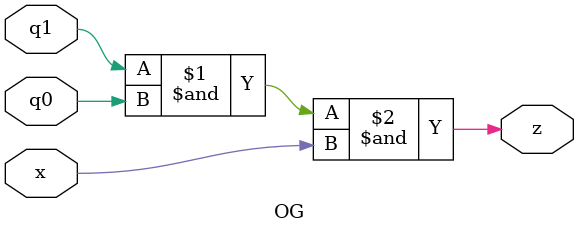
<source format=v>
module OG(
input q1,q0,x,
output z
);

assign z = q1 & q0 & x;

endmodule

</source>
